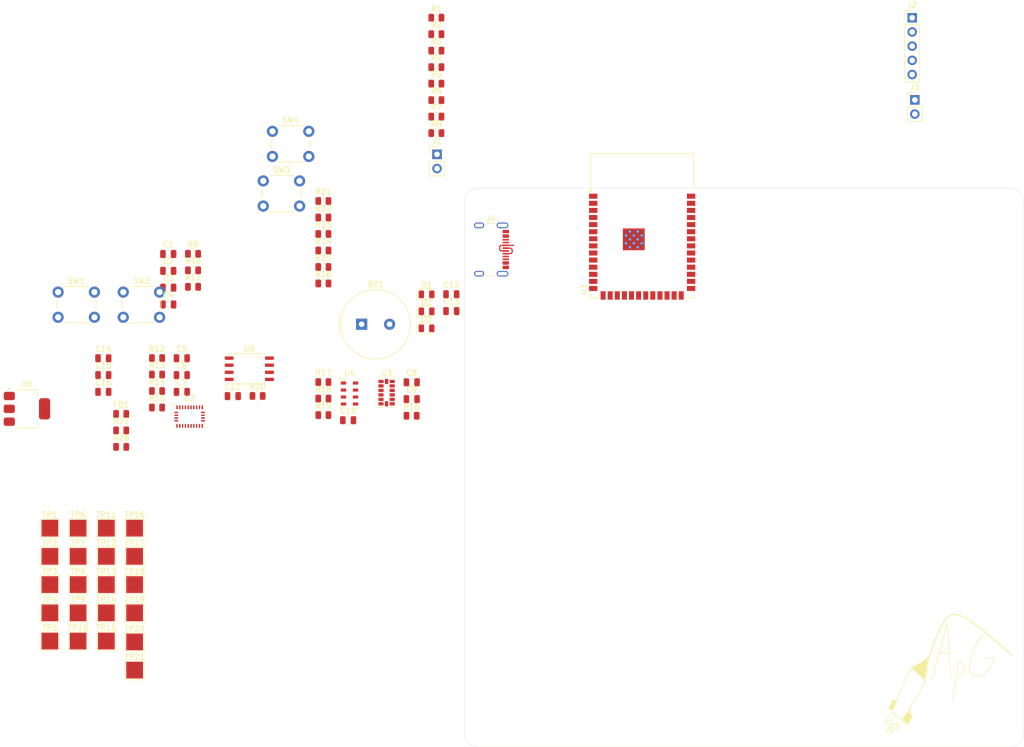
<source format=kicad_pcb>
(kicad_pcb (version 20240108) (generator "pcbnew") (generator_version "8.0")
  (layers (0 "F.Cu" signal) (31 "B.Cu" signal) (34 "B.Paste" user) (35 "F.Paste" user) (36 "B.SilkS" user "B.Silkscreen") (37 "F.SilkS" user "F.Silkscreen") (38 "B.Mask" user) (39 "F.Mask" user) (44 "Edge.Cuts" user))
  (net 0 "")
  (net 1 "GND")
  (net 2 "Net-(BZ1-+)")
  (net 3 "/ESP32/ESP_EN")
  (net 4 "/ESP32/IO0")
  (net 5 "Net-(U1-3V3)")
  (net 6 "/IMU/IMU_POWER")
  (net 7 "Net-(U2-CAP)")
  (net 8 "Net-(U3-Vdd_I{slash}O)")
  (net 9 "/Baro/BARO_POWER")
  (net 10 "/Flash/FPWR")
  (net 11 "/Debug/Button 1")
  (net 12 "/Debug/Button 2")
  (net 13 "+5V")
  (net 14 "+3V3")
  (net 15 "Net-(D1-A)")
  (net 16 "Net-(D2-A)")
  (net 17 "Net-(D3-A)")
  (net 18 "Net-(FB1-Pad1)")
  (net 19 "Net-(J1-Pin_2)")
  (net 20 "/ESP32/IO39")
  (net 21 "/ESP32/IO41")
  (net 22 "/ESP32/IO40")
  (net 23 "/ESP32/IO18")
  (net 24 "/ESP32/IO42")
  (net 25 "/ESP32/RX")
  (net 26 "/ESP32/TX")
  (net 27 "/ESP32/USB_D_P")
  (net 28 "Net-(J4-CC1)")
  (net 30 "Net-(J4-CC2)")
  (net 32 "/ESP32/USB_D_N")
  (net 33 "/ADC1")
  (net 34 "/ESP32/IO1")
  (net 35 "/ESP32/IO2")
  (net 36 "/Baro/BARO_SDA")
  (net 37 "/Baro/BARO_CLK")
  (net 38 "/IMU/S_SCL")
  (net 39 "/IMU/S_SDA")
  (net 40 "+3.3V")
  (net 41 "/IMU_BOOT")
  (net 42 "Net-(R17-Pad2)")
  (net 43 "/Debug/Buzzer")
  (net 44 "/Debug/Debug 1")
  (net 45 "/Debug/Debug 2")
  (net 46 "/Debug/Debug 3")
  (net 47 "/SCS_IMU")
  (net 48 "/SMISO")
  (net 49 "/SMOSI")
  (net 50 "/SCLK")
  (net 51 "/IMU_INT")
  (net 52 "/IMU_PS0{slash}WAKE")
  (net 53 "/IMU_RST")
  (net 54 "/SCS_HIGH_G")
  (net 55 "/HIGH_G_INT1")
  (net 56 "/HIGH_G_INT2")
  (net 57 "/ESP32/IO38")
  (net 58 "/ESP32/IO37")
  (net 59 "/ESP32/IO36")
  (net 60 "/ESP32/IO35")
  (footprint "Package_SO:SOIC-8_5.23x5.23mm_P1.27mm" (layer "F.Cu") (at 61.51 82.33)
    (property "Reference" "U5")
    (property "Value" "W25Q128JVS")
  )
  (footprint "TestPoint:TestPoint_Pad_3.0x3.0mm" (layer "F.Cu") (at 41 110.85)
    (property "Reference" "TP16")
    (property "Value" "FMISO")
  )
  (footprint "Resistor_SMD:R_0805_2012Metric" (layer "F.Cu") (at 94.95 37.22)
    (property "Reference" "R7")
    (property "Value" "0")
  )
  (footprint "TestPoint:TestPoint_Pad_3.0x3.0mm" (layer "F.Cu") (at 41 136.25)
    (property "Reference" "TP21")
    (property "Value" "+3.3V")
  )
  (footprint "TestPoint:TestPoint_Pad_3.0x3.0mm" (layer "F.Cu") (at 25.85 131.05)
    (property "Reference" "TP5")
    (property "Value" "IMU_INT")
  )
  (footprint "TestPoint:TestPoint_Pad_3.0x3.0mm" (layer "F.Cu") (at 35.95 110.85)
    (property "Reference" "TP11")
    (property "Value" "HIGH_G_INT2")
  )
  (footprint "Package_LGA:LGA-14_3x5mm_P0.8mm_LayoutBorder1x6y" (layer "F.Cu") (at 86.055 86.605)
    (property "Reference" "U3")
    (property "Value" "ADXL375")
  )
  (footprint "TestPoint:TestPoint_Pad_3.0x3.0mm" (layer "F.Cu") (at 41 115.9)
    (property "Reference" "TP17")
    (property "Value" "FMOSI")
  )
  (footprint "Connector_PinHeader_2.54mm:PinHeader_1x02_P2.54mm_Vertical" (layer "F.Cu") (at 95.07 43.97)
    (property "Reference" "J1")
    (property "Value" "Conn_01x02")
  )
  (footprint "Resistor_SMD:R_0805_2012Metric" (layer "F.Cu") (at 94.95 28.37)
    (property "Reference" "R4")
    (property "Value" "10k")
  )
  (footprint "Connector_USB:USB_C_Receptacle_GCT_USB4105-xx-A_16P_TopMnt_Horizontal" (layer "F.Cu") (at 103.675 61 -90)
    (property "Reference" "J4")
    (property "Value" "USB_C_Receptacle_USB2.0_16P")
  )
  (footprint "Resistor_SMD:R_0805_2012Metric" (layer "F.Cu") (at 94.95 25.42)
    (property "Reference" "R3")
    (property "Value" "10k")
  )
  (footprint "TestPoint:TestPoint_Pad_3.0x3.0mm" (layer "F.Cu") (at 35.95 131.05)
    (property "Reference" "TP15")
    (property "Value" "D_N")
  )
  (footprint "TestPoint:TestPoint_Pad_3.0x3.0mm" (layer "F.Cu") (at 30.9 131.05)
    (property "Reference" "TP10")
    (property "Value" "HIGH_G_INT1")
  )
  (footprint "Capacitor_SMD:C_0805_2012Metric" (layer "F.Cu") (at 90.55 87.76)
    (property "Reference" "C9")
    (property "Value" "0.1uF")
  )
  (footprint "TestPoint:TestPoint_Pad_3.0x3.0mm" (layer "F.Cu") (at 25.85 110.85)
    (property "Reference" "TP1")
    (property "Value" "SCS_IMU")
  )
  (footprint "Resistor_SMD:R_0805_2012Metric" (layer "F.Cu") (at 74.75 87.67)
    (property "Reference" "R18")
    (property "Value" "0")
  )
  (footprint "Resistor_SMD:R_0805_2012Metric" (layer "F.Cu") (at 74.75 64.12)
    (property "Reference" "R25")
    (property "Value" "100k")
  )
  (footprint "LOGO" (layer "F.Cu") (at 186.5 136.5)
    (property "Reference" "G***" (hide yes))
    (property "Value" "LOGO" (hide yes))
  )
  (footprint "Capacitor_SMD:C_0805_2012Metric" (layer "F.Cu") (at 97.63 69)
    (property "Reference" "C12")
    (property "Value" "0.1uF")
  )
  (footprint "TestPoint:TestPoint_Pad_3.0x3.0mm" (layer "F.Cu") (at 25.85 115.9)
    (property "Reference" "TP2")
    (property "Value" "SMISO")
  )
  (footprint "Resistor_SMD:R_0805_2012Metric" (layer "F.Cu") (at 62.99 87.19)
    (property "Reference" "R20")
    (property "Value" "0")
  )
  (footprint "Capacitor_SMD:C_0805_2012Metric" (layer "F.Cu") (at 47.02 70.83)
    (property "Reference" "C4")
    (property "Value" "0.1uF")
  )
  (footprint "Resistor_SMD:R_0805_2012Metric" (layer "F.Cu") (at 45.01 86.32)
    (property "Reference" "R14")
    (property "Value" "10k")
  )
  (footprint "Package_LGA:LGA-8_3x5mm_P1.25mm" (layer "F.Cu") (at 79.425 86.765)
    (property "Reference" "U4")
    (property "Value" "MS5607-02BA")
  )
  (footprint "Resistor_SMD:R_0805_2012Metric" (layer "F.Cu") (at 38.6 90.41)
    (property "Reference" "FB1")
    (property "Value" "330Ω")
  )
  (footprint "TestPoint:TestPoint_Pad_3.0x3.0mm" (layer "F.Cu") (at 30.9 120.95)
    (property "Reference" "TP8")
    (property "Value" "IMU_RST")
  )
  (footprint "Resistor_SMD:R_0805_2012Metric" (layer "F.Cu") (at 38.6 93.36)
    (property "Reference" "R27")
    (property "Value" "5.1k")
  )
  (footprint "Capacitor_SMD:C_0805_2012Metric" (layer "F.Cu") (at 49.44 80.45)
    (property "Reference" "C5")
    (property "Value" "0.1uF")
  )
  (footprint "TestPoint:TestPoint_Pad_3.0x3.0mm" (layer "F.Cu") (at 41 126)
    (property "Reference" "TP19")
    (property "Value" "I2C_CLK")
  )
  (footprint "Resistor_SMD:R_0805_2012Metric" (layer "F.Cu") (at 74.75 84.72)
    (property "Reference" "R17")
    (property "Value" "0")
  )
  (footprint "TestPoint:TestPoint_Pad_3.0x3.0mm" (layer "F.Cu") (at 30.9 126)
    (property "Reference" "TP9")
    (property "Value" "SCS_HIGH_G")
  )
  (footprint "TestPoint:TestPoint_Pad_3.0x3.0mm" (layer "F.Cu") (at 30.9 110.85)
    (property "Reference" "TP6")
    (property "Value" "IMU_BOOT")
  )
  (footprint "TestPoint:TestPoint_Pad_3.0x3.0mm" (layer "F.Cu") (at 25.85 120.95)
    (property "Reference" "TP3")
    (property "Value" "SMOSI")
  )
  (footprint "Resistor_SMD:R_0805_2012Metric" (layer "F.Cu") (at 51.45 67.67)
    (property "Reference" "R11")
    (property "Value" "0")
  )
  (footprint "Capacitor_SMD:C_0805_2012Metric" (layer "F.Cu") (at 58.56 87.22)
    (property "Reference" "C11")
    (property "Value" "1u")
  )
  (footprint "Capacitor_SMD:C_0805_2012Metric" (layer "F.Cu") (at 35.41 83.46)
    (property "Reference" "C15")
    (property "Value" "1u")
  )
  (footprint "Resistor_SMD:R_0805_2012Metric" (layer "F.Cu") (at 74.75 58.22)
    (property "Reference" "R23")
    (property "Value" "200")
  )
  (footprint "Resistor_SMD:R_0805_2012Metric" (layer "F.Cu") (at 45.01 89.27)
    (property "Reference" "R15")
    (property "Value" "10k")
  )
  (footprint "Resistor_SMD:R_0805_2012Metric" (layer "F.Cu") (at 74.75 90.62)
    (property "Reference" "R19")
    (property "Value" "0")
  )
  (footprint "Resistor_SMD:R_0805_2012Metric" (layer "F.Cu") (at 51.45 64.72)
    (property "Reference" "R10")
    (property "Value" "100k")
  )
  (footprint "TestPoint:TestPoint_Pad_3.0x3.0mm" (layer "F.Cu") (at 25.85 126)
    (property "Reference" "TP4")
    (property "Value" "SCLK")
  )
  (footprint "TestPoint:TestPoint_Pad_3.0x3.0mm" (layer "F.Cu") (at 35.95 120.95)
    (property "Reference" "TP13")
    (property "Value" "D_P")
  )
  (footprint "LED_SMD:LED_0805_2012Metric" (layer "F.Cu") (at 93.2 72.055)
    (property "Reference" "D2")
    (property "Value" "Green")
  )
  (footprint "Resistor_SMD:R_0805_2012Metric" (layer "F.Cu") (at 94.95 31.32)
    (property "Reference" "R5")
    (property "Value" "0")
  )
  (footprint "Resistor_SMD:R_0805_2012Metric" (layer "F.Cu") (at 45.01 80.42)
    (property "Reference" "R12")
    (property "Value" "10k")
  )
  (footprint "Capacitor_SMD:C_0805_2012Metric" (layer "F.Cu") (at 49.44 86.47)
    (property "Reference" "C7")
    (property "Value" "0.1uF")
  )
  (footprint "Button_Switch_THT:SW_PUSH_6mm_H5mm" (layer "F.Cu") (at 65.65 39.85)
    (property "Reference" "SW4")
    (property "Value" "SW_SPST")
  )
  (footprint "Capacitor_SMD:C_0805_2012Metric" (layer "F.Cu") (at 47.02 64.81)
    (property "Reference" "C2")
    (property "Value" "0.1uF")
  )
  (footprint "TestPoint:TestPoint_Pad_3.0x3.0mm" (layer "F.Cu") (at 35.95 126)
    (property "Reference" "TP14")
    (property "Value" "FCLK")
  )
  (footprint "Button_Switch_THT:SW_PUSH_6mm_H5mm" (layer "F.Cu") (at 38.97 68.62)
    (property "Reference" "SW2")
    (property "Value" "SW_SPST")
  )
  (footprint "Buzzer_Beeper:Buzzer_TDK_PS1240P02BT_D12.2mm_H6.5mm" (layer "F.Cu") (at 81.588431 74.37)
    (property "Reference" "BZ1")
    (property "Value" "PS1240P02BT")
  )
  (footprint "LED_SMD:LED_0805_2012Metric" (layer "F.Cu") (at 93.2 75.095)
    (property "Reference" "D3")
    (property "Value" "Red")
  )
  (footprint "Capacitor_SMD:C_0805_2012Metric" (layer "F.Cu") (at 35.41 80.45)
    (property "Reference" "C14")
    (property "Value" "1uF")
  )
  (footprint "Resistor_SMD:R_0805_2012Metric" (layer "F.Cu") (at 94.95 19.52)
    (property "Reference" "R1")
    (property "Value" "10k")
  )
  (footprint "Resistor_SMD:R_0805_2012Metric" (layer "F.Cu") (at 94.95 22.47)
    (property "Reference" "R2")
    (property "Value" "10k")
  )
  (footprint "Resistor_SMD:R_0805_2012Metric" (layer "F.Cu") (at 74.75 52.32)
    (property "Reference" "R21")
    (property "Value" "10k")
  )
  (footprint "Capacitor_SMD:C_0805_2012Metric" (layer "F.Cu") (at 97.63 72.01)
    (property "Reference" "C13")
    (property "Value" "0.1uF")
  )
  (footprint "Resistor_SMD:R_0805_2012Metric" (layer "F.Cu") (at 51.45 61.77)
    (property "Reference" "R9")
    (property "Value" "100k")
  )
  (footprint "Resistor_SMD:R_0805_2012Metric" (layer "F.Cu") (at 94.95 34.27)
    (property "Reference" "R6")
    (property "Value" "0")
  )
  (footprint "Capacitor_SMD:C_0805_2012Metric" (layer "F.Cu") (at 90.55 84.75)
    (property "Reference" "C8")
    (property "Value" "1uF")
  )
  (footprint "Resistor_SMD:R_0805_2012Metric" (layer "F.Cu") (at 74.75 61.17)
    (property "Reference" "R24")
    (property "Value" "200")
  )
  (footprint "Resistor_SMD:R_0805_2012Metric" (layer "F.Cu") (at 45.01 83.37)
    (property "Reference" "R13")
    (property "Value" "0")
  )
  (footprint "Resistor_SMD:R_0805_2012Metric" (layer "F.Cu") (at 38.6 96.31)
    (property "Reference" "R28")
    (property "Value" "5.1k")
  )
  (footprint "Resistor_SMD:R_0805_2012Metric" (layer "F.Cu") (at 74.75 67.07)
    (property "Reference" "R26")
    (property "Value" "100k")
  )
  (footprint "TestPoint:TestPoint_Pad_3.0x3.0mm" (layer "F.Cu") (at 35.95 115.9)
    (property "Reference" "TP12")
    (property "Value" "FCS")
  )
  (footprint "Resistor_SMD:R_0805_2012Metric" (layer "F.Cu") (at 94.95 40.17)
    (property "Reference" "R8")
    (property "Value" "0")
  )
  (footprint "TestPoint:TestPoint_Pad_3.0x3.0mm" (layer "F.Cu") (at 41 131.2)
    (property "Reference" "TP20")
    (property "Value" "5V")
  )
  (footprint "Package_LGA:LGA-28_5.2x3.8mm_P0.5mm" (layer "F.Cu") (at 50.835 90.895)
    (property "Reference" "U2")
    (property "Value" "BNO085")
  )
  (footprint "Button_Switch_THT:SW_PUSH_6mm_H5mm" (layer "F.Cu") (at 27.32 68.62)
    (property "Reference" "SW1")
    (property "Value" "SW_SPST")
  )
  (footprint "TestPoint:TestPoint_Pad_3.0x3.0mm" (layer "F.Cu") (at 30.9 115.9)
    (property "Reference" "TP7")
    (property "Value" "IMU_PS0/AWKE")
  )
  (footprint "Resistor_SMD:R_0805_2012Metric" (layer "F.Cu") (at 74.75 55.27)
    (property "Reference" "R22")
    (property "Value" "200")
  )
  (footprint "TestPoint:TestPoint_Pad_3.0x3.0mm" (layer "F.Cu") (at 41 120.95)
    (property "Reference" "TP18")
    (property "Value" "I2C_SDA")
  )
  (footprint "Capacitor_SMD:C_0805_2012Metric" (layer "F.Cu") (at 47.02 61.8)
    (property "Reference" "C1")
    (property "Value" "0.1uF")
  )
  (footprint "Button_Switch_THT:SW_PUSH_6mm_H5mm" (layer "F.Cu") (at 64 48.725)
    (property "Reference" "SW3")
    (property "Value" "SW_SPST")
  )
  (footprint "Connector_PinHeader_2.54mm:PinHeader_1x05_P2.54mm_Vertical" (layer "F.Cu") (at 180.025 19.535)
    (property "Reference" "J2")
    (property "Value" "Conn_01x05")
  )
  (footprint "Capacitor_SMD:C_0805_2012Metric" (layer "F.Cu") (at 49.44 83.46)
    (property "Reference" "C6")
    (property "Value" "0.1uF")
  )
  (footprint "Package_TO_SOT_SMD:SOT-223-3_TabPin2" (layer "F.Cu") (at 21.75 89.5)
    (property "Reference" "U6")
    (property "Value" "TLV1117-33")
  )
  (footprint "Connector_PinHeader_2.54mm:PinHeader_1x02_P2.54mm_Vertical" (layer "F.Cu") (at 180.5 34.225)
    (property "Reference" "J3")
    (property "Value" "Conn_01x02")
  )
  (footprint "Resistor_SMD:R_0805_2012Metric" (layer "F.Cu") (at 90.53 90.74)
    (property "Reference" "R16")
    (property "Value" "0")
  )
  (footprint "Capacitor_SMD:C_0805_2012Metric" (layer "F.Cu") (at 47.02 67.82)
    (property "Reference" "C3")
    (property "Value" "22uF")
  )
  (footprint "LED_SMD:LED_0805_2012Metric" (layer "F.Cu") (at 93.2 69.015)
    (property "Reference" "D1")
    (property "Value" "Yellow")
  )
  (footprint "Capacitor_SMD:C_0805_2012Metric" (layer "F.Cu") (at 79.18 91.54)
    (property "Reference" "C10")
    (property "Value" "0.1uF")
  )
  (footprint "Capacitor_SMD:C_0805_2012Metric" (layer "F.Cu") (at 35.41 86.47)
    (property "Reference" "C16")
    (property "Value" "1u")
  )
  (footprint "RF_Module:ESP32-S3-WROOM-1" (layer "F.Cu") (at 131.75 56.72)
    (property "Reference" "U1")
    (property "Value" "ESP32-S3-WROOM-1")
  )
  (gr_arc (start 100 52.5) (mid 100.732233 50.732233) (end 102.5 50) (stroke (width 0.05)) (layer "Edge.Cuts"))
  (gr_line (start 200 147.5) (end 200 52.5) (stroke (width 0.05)) (layer "Edge.Cuts"))
  (gr_arc (start 200 147.5) (mid 199.267767 149.267767) (end 197.5 150) (stroke (width 0.05)) (layer "Edge.Cuts"))
  (gr_line (start 100 52.5) (end 100 147.5) (stroke (width 0.05)) (layer "Edge.Cuts"))
  (gr_line (start 197.5 50) (end 102.5 50) (stroke (width 0.05)) (layer "Edge.Cuts"))
  (gr_line (start 102.5 150) (end 197.5 150) (stroke (width 0.05)) (layer "Edge.Cuts"))
  (gr_arc (start 102.5 150) (mid 100.732233 149.267767) (end 100 147.5) (stroke (width 0.05)) (layer "Edge.Cuts"))
  (gr_arc (start 197.5 50) (mid 199.267767 50.732233) (end 200 52.5) (stroke (width 0.05)) (layer "Edge.Cuts"))
  (segment (start 108.5 61.5) (end 108.5 61) (width 0.2) (layer "F.Cu") (net 27))
  (segment (start 108.25 60.75) (end 107.105 60.75) (width 0.2) (layer "F.Cu") (net 27))
  (segment (start 107.105 61.75) (end 108.25 61.75) (width 0.2) (layer "F.Cu") (net 27))
  (segment (start 108.25 61.75) (end 108.5 61.5) (width 0.2) (layer "F.Cu") (net 27))
  (segment (start 108.5 61) (end 108.25 60.75) (width 0.2) (layer "F.Cu") (net 27))
  (segment (start 106.25 61) (end 106.5 61.25) (width 0.2) (layer "F.Cu") (net 32))
  (segment (start 107.355 60.25) (end 106.5 60.25) (width 0.2) (layer "F.Cu") (net 32))
  (segment (start 106.5 60.25) (end 106.25 60.5) (width 0.2) (layer "F.Cu") (net 32))
  (segment (start 106.25 60.5) (end 106.25 61) (width 0.2) (layer "F.Cu") (net 32))
  (segment (start 107.355 60.25) (end 108.75 60.25) (width 0.2) (layer "F.Cu") (net 32))
  (segment (start 106.5 61.25) (end 107.355 61.25) (width 0.2) (layer "F.Cu") (net 32))
)
</source>
